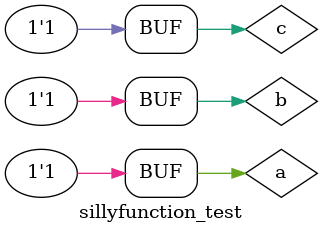
<source format=v>
`timescale 1ns/1ps 
module sillyfunction_test();
	reg a, b, c;
	wire y;
	sillyfunction dut(a, b, c, y);
	
	initial begin 
		a = 0; b = 0; c = 0;	#10;
		c = 1;					#10;
		b = 1; c = 0;			#10;
		c = 1;					#10;
		a = 1; b = 0; c = 0;	#10; 
		c = 1;					#10;
		b = 1; c = 0;			#10;
		c = 1;					#10; 
	end
endmodule 
</source>
